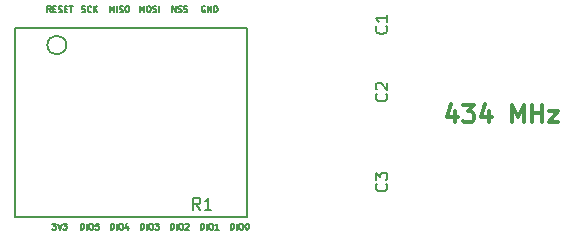
<source format=gto>
G04 #@! TF.FileFunction,Legend,Top*
%FSLAX46Y46*%
G04 Gerber Fmt 4.6, Leading zero omitted, Abs format (unit mm)*
G04 Created by KiCad (PCBNEW 4.0.2-1.fc23-product) date Sun May  8 20:09:54 2016*
%MOMM*%
G01*
G04 APERTURE LIST*
%ADD10C,0.100000*%
%ADD11C,0.127000*%
%ADD12C,0.300000*%
%ADD13C,0.150000*%
G04 APERTURE END LIST*
D10*
D11*
X134517190Y-105639810D02*
X134347857Y-105397905D01*
X134226904Y-105639810D02*
X134226904Y-105131810D01*
X134420428Y-105131810D01*
X134468809Y-105156000D01*
X134493000Y-105180190D01*
X134517190Y-105228571D01*
X134517190Y-105301143D01*
X134493000Y-105349524D01*
X134468809Y-105373714D01*
X134420428Y-105397905D01*
X134226904Y-105397905D01*
X134734904Y-105373714D02*
X134904238Y-105373714D01*
X134976809Y-105639810D02*
X134734904Y-105639810D01*
X134734904Y-105131810D01*
X134976809Y-105131810D01*
X135170333Y-105615619D02*
X135242904Y-105639810D01*
X135363857Y-105639810D01*
X135412238Y-105615619D01*
X135436428Y-105591429D01*
X135460619Y-105543048D01*
X135460619Y-105494667D01*
X135436428Y-105446286D01*
X135412238Y-105422095D01*
X135363857Y-105397905D01*
X135267095Y-105373714D01*
X135218714Y-105349524D01*
X135194523Y-105325333D01*
X135170333Y-105276952D01*
X135170333Y-105228571D01*
X135194523Y-105180190D01*
X135218714Y-105156000D01*
X135267095Y-105131810D01*
X135388047Y-105131810D01*
X135460619Y-105156000D01*
X135678333Y-105373714D02*
X135847667Y-105373714D01*
X135920238Y-105639810D02*
X135678333Y-105639810D01*
X135678333Y-105131810D01*
X135920238Y-105131810D01*
X136065381Y-105131810D02*
X136355667Y-105131810D01*
X136210524Y-105639810D02*
X136210524Y-105131810D01*
X144786047Y-105639810D02*
X144786047Y-105131810D01*
X145076333Y-105639810D01*
X145076333Y-105131810D01*
X145294047Y-105615619D02*
X145366618Y-105639810D01*
X145487571Y-105639810D01*
X145535952Y-105615619D01*
X145560142Y-105591429D01*
X145584333Y-105543048D01*
X145584333Y-105494667D01*
X145560142Y-105446286D01*
X145535952Y-105422095D01*
X145487571Y-105397905D01*
X145390809Y-105373714D01*
X145342428Y-105349524D01*
X145318237Y-105325333D01*
X145294047Y-105276952D01*
X145294047Y-105228571D01*
X145318237Y-105180190D01*
X145342428Y-105156000D01*
X145390809Y-105131810D01*
X145511761Y-105131810D01*
X145584333Y-105156000D01*
X145777857Y-105615619D02*
X145850428Y-105639810D01*
X145971381Y-105639810D01*
X146019762Y-105615619D01*
X146043952Y-105591429D01*
X146068143Y-105543048D01*
X146068143Y-105494667D01*
X146043952Y-105446286D01*
X146019762Y-105422095D01*
X145971381Y-105397905D01*
X145874619Y-105373714D01*
X145826238Y-105349524D01*
X145802047Y-105325333D01*
X145777857Y-105276952D01*
X145777857Y-105228571D01*
X145802047Y-105180190D01*
X145826238Y-105156000D01*
X145874619Y-105131810D01*
X145995571Y-105131810D01*
X146068143Y-105156000D01*
X142076714Y-105639810D02*
X142076714Y-105131810D01*
X142246048Y-105494667D01*
X142415381Y-105131810D01*
X142415381Y-105639810D01*
X142754047Y-105131810D02*
X142850809Y-105131810D01*
X142899190Y-105156000D01*
X142947571Y-105204381D01*
X142971762Y-105301143D01*
X142971762Y-105470476D01*
X142947571Y-105567238D01*
X142899190Y-105615619D01*
X142850809Y-105639810D01*
X142754047Y-105639810D01*
X142705666Y-105615619D01*
X142657285Y-105567238D01*
X142633095Y-105470476D01*
X142633095Y-105301143D01*
X142657285Y-105204381D01*
X142705666Y-105156000D01*
X142754047Y-105131810D01*
X143165285Y-105615619D02*
X143237856Y-105639810D01*
X143358809Y-105639810D01*
X143407190Y-105615619D01*
X143431380Y-105591429D01*
X143455571Y-105543048D01*
X143455571Y-105494667D01*
X143431380Y-105446286D01*
X143407190Y-105422095D01*
X143358809Y-105397905D01*
X143262047Y-105373714D01*
X143213666Y-105349524D01*
X143189475Y-105325333D01*
X143165285Y-105276952D01*
X143165285Y-105228571D01*
X143189475Y-105180190D01*
X143213666Y-105156000D01*
X143262047Y-105131810D01*
X143382999Y-105131810D01*
X143455571Y-105156000D01*
X143673285Y-105639810D02*
X143673285Y-105131810D01*
X139536714Y-105639810D02*
X139536714Y-105131810D01*
X139706048Y-105494667D01*
X139875381Y-105131810D01*
X139875381Y-105639810D01*
X140117285Y-105639810D02*
X140117285Y-105131810D01*
X140335000Y-105615619D02*
X140407571Y-105639810D01*
X140528524Y-105639810D01*
X140576905Y-105615619D01*
X140601095Y-105591429D01*
X140625286Y-105543048D01*
X140625286Y-105494667D01*
X140601095Y-105446286D01*
X140576905Y-105422095D01*
X140528524Y-105397905D01*
X140431762Y-105373714D01*
X140383381Y-105349524D01*
X140359190Y-105325333D01*
X140335000Y-105276952D01*
X140335000Y-105228571D01*
X140359190Y-105180190D01*
X140383381Y-105156000D01*
X140431762Y-105131810D01*
X140552714Y-105131810D01*
X140625286Y-105156000D01*
X140939762Y-105131810D02*
X141036524Y-105131810D01*
X141084905Y-105156000D01*
X141133286Y-105204381D01*
X141157477Y-105301143D01*
X141157477Y-105470476D01*
X141133286Y-105567238D01*
X141084905Y-105615619D01*
X141036524Y-105639810D01*
X140939762Y-105639810D01*
X140891381Y-105615619D01*
X140843000Y-105567238D01*
X140818810Y-105470476D01*
X140818810Y-105301143D01*
X140843000Y-105204381D01*
X140891381Y-105156000D01*
X140939762Y-105131810D01*
X137141857Y-105615619D02*
X137214428Y-105639810D01*
X137335381Y-105639810D01*
X137383762Y-105615619D01*
X137407952Y-105591429D01*
X137432143Y-105543048D01*
X137432143Y-105494667D01*
X137407952Y-105446286D01*
X137383762Y-105422095D01*
X137335381Y-105397905D01*
X137238619Y-105373714D01*
X137190238Y-105349524D01*
X137166047Y-105325333D01*
X137141857Y-105276952D01*
X137141857Y-105228571D01*
X137166047Y-105180190D01*
X137190238Y-105156000D01*
X137238619Y-105131810D01*
X137359571Y-105131810D01*
X137432143Y-105156000D01*
X137940143Y-105591429D02*
X137915953Y-105615619D01*
X137843381Y-105639810D01*
X137795000Y-105639810D01*
X137722429Y-105615619D01*
X137674048Y-105567238D01*
X137649857Y-105518857D01*
X137625667Y-105422095D01*
X137625667Y-105349524D01*
X137649857Y-105252762D01*
X137674048Y-105204381D01*
X137722429Y-105156000D01*
X137795000Y-105131810D01*
X137843381Y-105131810D01*
X137915953Y-105156000D01*
X137940143Y-105180190D01*
X138157857Y-105639810D02*
X138157857Y-105131810D01*
X138448143Y-105639810D02*
X138230429Y-105349524D01*
X138448143Y-105131810D02*
X138157857Y-105422095D01*
X147567953Y-105156000D02*
X147519572Y-105131810D01*
X147447000Y-105131810D01*
X147374429Y-105156000D01*
X147326048Y-105204381D01*
X147301857Y-105252762D01*
X147277667Y-105349524D01*
X147277667Y-105422095D01*
X147301857Y-105518857D01*
X147326048Y-105567238D01*
X147374429Y-105615619D01*
X147447000Y-105639810D01*
X147495381Y-105639810D01*
X147567953Y-105615619D01*
X147592143Y-105591429D01*
X147592143Y-105422095D01*
X147495381Y-105422095D01*
X147809857Y-105639810D02*
X147809857Y-105131810D01*
X148100143Y-105639810D01*
X148100143Y-105131810D01*
X148342047Y-105639810D02*
X148342047Y-105131810D01*
X148463000Y-105131810D01*
X148535571Y-105156000D01*
X148583952Y-105204381D01*
X148608143Y-105252762D01*
X148632333Y-105349524D01*
X148632333Y-105422095D01*
X148608143Y-105518857D01*
X148583952Y-105567238D01*
X148535571Y-105615619D01*
X148463000Y-105639810D01*
X148342047Y-105639810D01*
X134626047Y-123546810D02*
X134940524Y-123546810D01*
X134771190Y-123740333D01*
X134843762Y-123740333D01*
X134892143Y-123764524D01*
X134916333Y-123788714D01*
X134940524Y-123837095D01*
X134940524Y-123958048D01*
X134916333Y-124006429D01*
X134892143Y-124030619D01*
X134843762Y-124054810D01*
X134698619Y-124054810D01*
X134650238Y-124030619D01*
X134626047Y-124006429D01*
X135085667Y-123546810D02*
X135255000Y-124054810D01*
X135424334Y-123546810D01*
X135545286Y-123546810D02*
X135859763Y-123546810D01*
X135690429Y-123740333D01*
X135763001Y-123740333D01*
X135811382Y-123764524D01*
X135835572Y-123788714D01*
X135859763Y-123837095D01*
X135859763Y-123958048D01*
X135835572Y-124006429D01*
X135811382Y-124030619D01*
X135763001Y-124054810D01*
X135617858Y-124054810D01*
X135569477Y-124030619D01*
X135545286Y-124006429D01*
X137033000Y-124054810D02*
X137033000Y-123546810D01*
X137153953Y-123546810D01*
X137226524Y-123571000D01*
X137274905Y-123619381D01*
X137299096Y-123667762D01*
X137323286Y-123764524D01*
X137323286Y-123837095D01*
X137299096Y-123933857D01*
X137274905Y-123982238D01*
X137226524Y-124030619D01*
X137153953Y-124054810D01*
X137033000Y-124054810D01*
X137541000Y-124054810D02*
X137541000Y-123546810D01*
X137879667Y-123546810D02*
X137976429Y-123546810D01*
X138024810Y-123571000D01*
X138073191Y-123619381D01*
X138097382Y-123716143D01*
X138097382Y-123885476D01*
X138073191Y-123982238D01*
X138024810Y-124030619D01*
X137976429Y-124054810D01*
X137879667Y-124054810D01*
X137831286Y-124030619D01*
X137782905Y-123982238D01*
X137758715Y-123885476D01*
X137758715Y-123716143D01*
X137782905Y-123619381D01*
X137831286Y-123571000D01*
X137879667Y-123546810D01*
X138557000Y-123546810D02*
X138315095Y-123546810D01*
X138290905Y-123788714D01*
X138315095Y-123764524D01*
X138363476Y-123740333D01*
X138484429Y-123740333D01*
X138532810Y-123764524D01*
X138557000Y-123788714D01*
X138581191Y-123837095D01*
X138581191Y-123958048D01*
X138557000Y-124006429D01*
X138532810Y-124030619D01*
X138484429Y-124054810D01*
X138363476Y-124054810D01*
X138315095Y-124030619D01*
X138290905Y-124006429D01*
X139573000Y-124054810D02*
X139573000Y-123546810D01*
X139693953Y-123546810D01*
X139766524Y-123571000D01*
X139814905Y-123619381D01*
X139839096Y-123667762D01*
X139863286Y-123764524D01*
X139863286Y-123837095D01*
X139839096Y-123933857D01*
X139814905Y-123982238D01*
X139766524Y-124030619D01*
X139693953Y-124054810D01*
X139573000Y-124054810D01*
X140081000Y-124054810D02*
X140081000Y-123546810D01*
X140419667Y-123546810D02*
X140516429Y-123546810D01*
X140564810Y-123571000D01*
X140613191Y-123619381D01*
X140637382Y-123716143D01*
X140637382Y-123885476D01*
X140613191Y-123982238D01*
X140564810Y-124030619D01*
X140516429Y-124054810D01*
X140419667Y-124054810D01*
X140371286Y-124030619D01*
X140322905Y-123982238D01*
X140298715Y-123885476D01*
X140298715Y-123716143D01*
X140322905Y-123619381D01*
X140371286Y-123571000D01*
X140419667Y-123546810D01*
X141072810Y-123716143D02*
X141072810Y-124054810D01*
X140951857Y-123522619D02*
X140830905Y-123885476D01*
X141145381Y-123885476D01*
X142113000Y-124054810D02*
X142113000Y-123546810D01*
X142233953Y-123546810D01*
X142306524Y-123571000D01*
X142354905Y-123619381D01*
X142379096Y-123667762D01*
X142403286Y-123764524D01*
X142403286Y-123837095D01*
X142379096Y-123933857D01*
X142354905Y-123982238D01*
X142306524Y-124030619D01*
X142233953Y-124054810D01*
X142113000Y-124054810D01*
X142621000Y-124054810D02*
X142621000Y-123546810D01*
X142959667Y-123546810D02*
X143056429Y-123546810D01*
X143104810Y-123571000D01*
X143153191Y-123619381D01*
X143177382Y-123716143D01*
X143177382Y-123885476D01*
X143153191Y-123982238D01*
X143104810Y-124030619D01*
X143056429Y-124054810D01*
X142959667Y-124054810D01*
X142911286Y-124030619D01*
X142862905Y-123982238D01*
X142838715Y-123885476D01*
X142838715Y-123716143D01*
X142862905Y-123619381D01*
X142911286Y-123571000D01*
X142959667Y-123546810D01*
X143346714Y-123546810D02*
X143661191Y-123546810D01*
X143491857Y-123740333D01*
X143564429Y-123740333D01*
X143612810Y-123764524D01*
X143637000Y-123788714D01*
X143661191Y-123837095D01*
X143661191Y-123958048D01*
X143637000Y-124006429D01*
X143612810Y-124030619D01*
X143564429Y-124054810D01*
X143419286Y-124054810D01*
X143370905Y-124030619D01*
X143346714Y-124006429D01*
X144653000Y-124054810D02*
X144653000Y-123546810D01*
X144773953Y-123546810D01*
X144846524Y-123571000D01*
X144894905Y-123619381D01*
X144919096Y-123667762D01*
X144943286Y-123764524D01*
X144943286Y-123837095D01*
X144919096Y-123933857D01*
X144894905Y-123982238D01*
X144846524Y-124030619D01*
X144773953Y-124054810D01*
X144653000Y-124054810D01*
X145161000Y-124054810D02*
X145161000Y-123546810D01*
X145499667Y-123546810D02*
X145596429Y-123546810D01*
X145644810Y-123571000D01*
X145693191Y-123619381D01*
X145717382Y-123716143D01*
X145717382Y-123885476D01*
X145693191Y-123982238D01*
X145644810Y-124030619D01*
X145596429Y-124054810D01*
X145499667Y-124054810D01*
X145451286Y-124030619D01*
X145402905Y-123982238D01*
X145378715Y-123885476D01*
X145378715Y-123716143D01*
X145402905Y-123619381D01*
X145451286Y-123571000D01*
X145499667Y-123546810D01*
X145910905Y-123595190D02*
X145935095Y-123571000D01*
X145983476Y-123546810D01*
X146104429Y-123546810D01*
X146152810Y-123571000D01*
X146177000Y-123595190D01*
X146201191Y-123643571D01*
X146201191Y-123691952D01*
X146177000Y-123764524D01*
X145886714Y-124054810D01*
X146201191Y-124054810D01*
X147193000Y-124054810D02*
X147193000Y-123546810D01*
X147313953Y-123546810D01*
X147386524Y-123571000D01*
X147434905Y-123619381D01*
X147459096Y-123667762D01*
X147483286Y-123764524D01*
X147483286Y-123837095D01*
X147459096Y-123933857D01*
X147434905Y-123982238D01*
X147386524Y-124030619D01*
X147313953Y-124054810D01*
X147193000Y-124054810D01*
X147701000Y-124054810D02*
X147701000Y-123546810D01*
X148039667Y-123546810D02*
X148136429Y-123546810D01*
X148184810Y-123571000D01*
X148233191Y-123619381D01*
X148257382Y-123716143D01*
X148257382Y-123885476D01*
X148233191Y-123982238D01*
X148184810Y-124030619D01*
X148136429Y-124054810D01*
X148039667Y-124054810D01*
X147991286Y-124030619D01*
X147942905Y-123982238D01*
X147918715Y-123885476D01*
X147918715Y-123716143D01*
X147942905Y-123619381D01*
X147991286Y-123571000D01*
X148039667Y-123546810D01*
X148741191Y-124054810D02*
X148450905Y-124054810D01*
X148596048Y-124054810D02*
X148596048Y-123546810D01*
X148547667Y-123619381D01*
X148499286Y-123667762D01*
X148450905Y-123691952D01*
X149733000Y-124054810D02*
X149733000Y-123546810D01*
X149853953Y-123546810D01*
X149926524Y-123571000D01*
X149974905Y-123619381D01*
X149999096Y-123667762D01*
X150023286Y-123764524D01*
X150023286Y-123837095D01*
X149999096Y-123933857D01*
X149974905Y-123982238D01*
X149926524Y-124030619D01*
X149853953Y-124054810D01*
X149733000Y-124054810D01*
X150241000Y-124054810D02*
X150241000Y-123546810D01*
X150579667Y-123546810D02*
X150676429Y-123546810D01*
X150724810Y-123571000D01*
X150773191Y-123619381D01*
X150797382Y-123716143D01*
X150797382Y-123885476D01*
X150773191Y-123982238D01*
X150724810Y-124030619D01*
X150676429Y-124054810D01*
X150579667Y-124054810D01*
X150531286Y-124030619D01*
X150482905Y-123982238D01*
X150458715Y-123885476D01*
X150458715Y-123716143D01*
X150482905Y-123619381D01*
X150531286Y-123571000D01*
X150579667Y-123546810D01*
X151111857Y-123546810D02*
X151160238Y-123546810D01*
X151208619Y-123571000D01*
X151232810Y-123595190D01*
X151257000Y-123643571D01*
X151281191Y-123740333D01*
X151281191Y-123861286D01*
X151257000Y-123958048D01*
X151232810Y-124006429D01*
X151208619Y-124030619D01*
X151160238Y-124054810D01*
X151111857Y-124054810D01*
X151063476Y-124030619D01*
X151039286Y-124006429D01*
X151015095Y-123958048D01*
X150990905Y-123861286D01*
X150990905Y-123740333D01*
X151015095Y-123643571D01*
X151039286Y-123595190D01*
X151063476Y-123571000D01*
X151111857Y-123546810D01*
D12*
X168755715Y-113978571D02*
X168755715Y-114978571D01*
X168398572Y-113407143D02*
X168041429Y-114478571D01*
X168970001Y-114478571D01*
X169398572Y-113478571D02*
X170327143Y-113478571D01*
X169827143Y-114050000D01*
X170041429Y-114050000D01*
X170184286Y-114121429D01*
X170255715Y-114192857D01*
X170327143Y-114335714D01*
X170327143Y-114692857D01*
X170255715Y-114835714D01*
X170184286Y-114907143D01*
X170041429Y-114978571D01*
X169612857Y-114978571D01*
X169470000Y-114907143D01*
X169398572Y-114835714D01*
X171612857Y-113978571D02*
X171612857Y-114978571D01*
X171255714Y-113407143D02*
X170898571Y-114478571D01*
X171827143Y-114478571D01*
X173541428Y-114978571D02*
X173541428Y-113478571D01*
X174041428Y-114550000D01*
X174541428Y-113478571D01*
X174541428Y-114978571D01*
X175255714Y-114978571D02*
X175255714Y-113478571D01*
X175255714Y-114192857D02*
X176112857Y-114192857D01*
X176112857Y-114978571D02*
X176112857Y-113478571D01*
X176684286Y-113978571D02*
X177470000Y-113978571D01*
X176684286Y-114978571D01*
X177470000Y-114978571D01*
D13*
X135822600Y-108432600D02*
G75*
G03X135822600Y-108432600I-800000J0D01*
G01*
X131445000Y-106950000D02*
X151145000Y-106950000D01*
X151145000Y-106950000D02*
X151145000Y-122950000D01*
X131445000Y-122950000D02*
X151145000Y-122950000D01*
X131445000Y-106950000D02*
X131445000Y-122950000D01*
X147153334Y-122372381D02*
X146820000Y-121896190D01*
X146581905Y-122372381D02*
X146581905Y-121372381D01*
X146962858Y-121372381D01*
X147058096Y-121420000D01*
X147105715Y-121467619D01*
X147153334Y-121562857D01*
X147153334Y-121705714D01*
X147105715Y-121800952D01*
X147058096Y-121848571D01*
X146962858Y-121896190D01*
X146581905Y-121896190D01*
X148105715Y-122372381D02*
X147534286Y-122372381D01*
X147820000Y-122372381D02*
X147820000Y-121372381D01*
X147724762Y-121515238D01*
X147629524Y-121610476D01*
X147534286Y-121658095D01*
X162917143Y-106846666D02*
X162964762Y-106894285D01*
X163012381Y-107037142D01*
X163012381Y-107132380D01*
X162964762Y-107275238D01*
X162869524Y-107370476D01*
X162774286Y-107418095D01*
X162583810Y-107465714D01*
X162440952Y-107465714D01*
X162250476Y-107418095D01*
X162155238Y-107370476D01*
X162060000Y-107275238D01*
X162012381Y-107132380D01*
X162012381Y-107037142D01*
X162060000Y-106894285D01*
X162107619Y-106846666D01*
X163012381Y-105894285D02*
X163012381Y-106465714D01*
X163012381Y-106180000D02*
X162012381Y-106180000D01*
X162155238Y-106275238D01*
X162250476Y-106370476D01*
X162298095Y-106465714D01*
X162917143Y-120181666D02*
X162964762Y-120229285D01*
X163012381Y-120372142D01*
X163012381Y-120467380D01*
X162964762Y-120610238D01*
X162869524Y-120705476D01*
X162774286Y-120753095D01*
X162583810Y-120800714D01*
X162440952Y-120800714D01*
X162250476Y-120753095D01*
X162155238Y-120705476D01*
X162060000Y-120610238D01*
X162012381Y-120467380D01*
X162012381Y-120372142D01*
X162060000Y-120229285D01*
X162107619Y-120181666D01*
X162012381Y-119848333D02*
X162012381Y-119229285D01*
X162393333Y-119562619D01*
X162393333Y-119419761D01*
X162440952Y-119324523D01*
X162488571Y-119276904D01*
X162583810Y-119229285D01*
X162821905Y-119229285D01*
X162917143Y-119276904D01*
X162964762Y-119324523D01*
X163012381Y-119419761D01*
X163012381Y-119705476D01*
X162964762Y-119800714D01*
X162917143Y-119848333D01*
X162917143Y-112561666D02*
X162964762Y-112609285D01*
X163012381Y-112752142D01*
X163012381Y-112847380D01*
X162964762Y-112990238D01*
X162869524Y-113085476D01*
X162774286Y-113133095D01*
X162583810Y-113180714D01*
X162440952Y-113180714D01*
X162250476Y-113133095D01*
X162155238Y-113085476D01*
X162060000Y-112990238D01*
X162012381Y-112847380D01*
X162012381Y-112752142D01*
X162060000Y-112609285D01*
X162107619Y-112561666D01*
X162107619Y-112180714D02*
X162060000Y-112133095D01*
X162012381Y-112037857D01*
X162012381Y-111799761D01*
X162060000Y-111704523D01*
X162107619Y-111656904D01*
X162202857Y-111609285D01*
X162298095Y-111609285D01*
X162440952Y-111656904D01*
X163012381Y-112228333D01*
X163012381Y-111609285D01*
M02*

</source>
